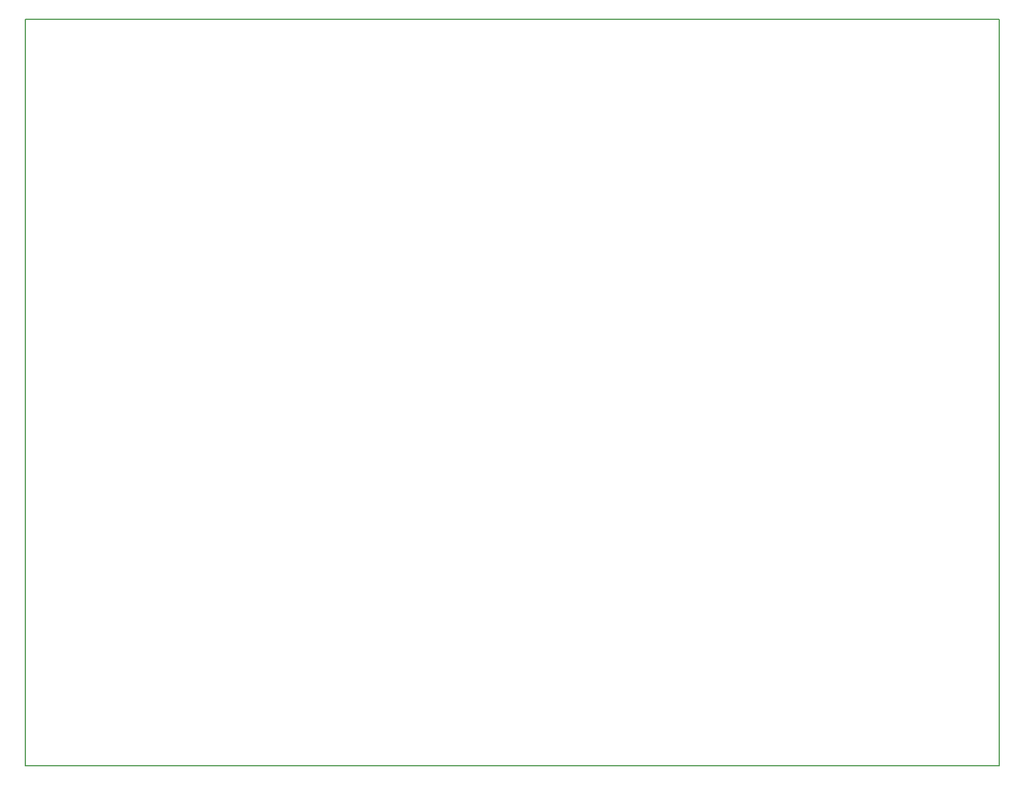
<source format=gbo>
G04 MADE WITH FRITZING*
G04 WWW.FRITZING.ORG*
G04 DOUBLE SIDED*
G04 HOLES PLATED*
G04 CONTOUR ON CENTER OF CONTOUR VECTOR*
%ASAXBY*%
%FSLAX23Y23*%
%MOIN*%
%OFA0B0*%
%SFA1.0B1.0*%
%ADD10R,5.905520X4.527570X5.889520X4.511570*%
%ADD11C,0.008000*%
%LNSILK0*%
G90*
G70*
G54D11*
X4Y4524D02*
X5902Y4524D01*
X5902Y4D01*
X4Y4D01*
X4Y4524D01*
D02*
G04 End of Silk0*
M02*
</source>
